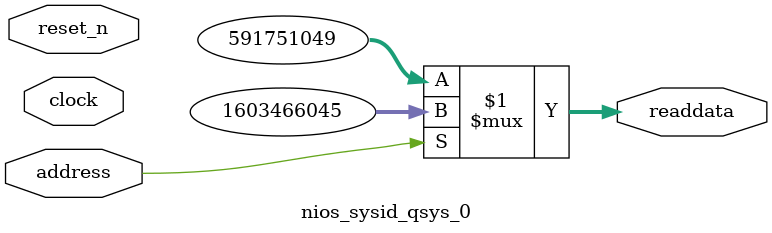
<source format=v>

`timescale 1ns / 1ps
// synthesis translate_on

// turn off superfluous verilog processor warnings 
// altera message_level Level1 
// altera message_off 10034 10035 10036 10037 10230 10240 10030 

module nios_sysid_qsys_0 (
               // inputs:
                address,
                clock,
                reset_n,

               // outputs:
                readdata
             )
;

  output  [ 31: 0] readdata;
  input            address;
  input            clock;
  input            reset_n;

  wire    [ 31: 0] readdata;
  //control_slave, which is an e_avalon_slave
  assign readdata = address ? 1603466045 : 591751049;

endmodule




</source>
